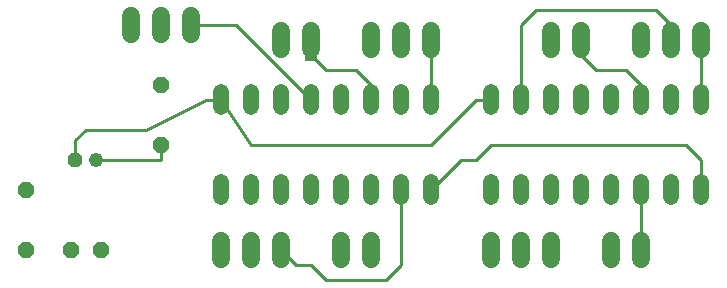
<source format=gbl>
G75*
G70*
%OFA0B0*%
%FSLAX24Y24*%
%IPPOS*%
%LPD*%
%AMOC8*
5,1,8,0,0,1.08239X$1,22.5*
%
%ADD10C,0.0520*%
%ADD11C,0.0600*%
%ADD12OC8,0.0520*%
%ADD13OC8,0.0480*%
%ADD14C,0.0480*%
%ADD15C,0.0100*%
%ADD16R,0.0396X0.0396*%
D10*
X007815Y003343D02*
X007815Y003863D01*
X008815Y003863D02*
X008815Y003343D01*
X009815Y003343D02*
X009815Y003863D01*
X010815Y003863D02*
X010815Y003343D01*
X011815Y003343D02*
X011815Y003863D01*
X012815Y003863D02*
X012815Y003343D01*
X013815Y003343D02*
X013815Y003863D01*
X014815Y003863D02*
X014815Y003343D01*
X016815Y003343D02*
X016815Y003863D01*
X017815Y003863D02*
X017815Y003343D01*
X018815Y003343D02*
X018815Y003863D01*
X019815Y003863D02*
X019815Y003343D01*
X020815Y003343D02*
X020815Y003863D01*
X021815Y003863D02*
X021815Y003343D01*
X022815Y003343D02*
X022815Y003863D01*
X023815Y003863D02*
X023815Y003343D01*
X023815Y006343D02*
X023815Y006863D01*
X022815Y006863D02*
X022815Y006343D01*
X021815Y006343D02*
X021815Y006863D01*
X020815Y006863D02*
X020815Y006343D01*
X019815Y006343D02*
X019815Y006863D01*
X018815Y006863D02*
X018815Y006343D01*
X017815Y006343D02*
X017815Y006863D01*
X016815Y006863D02*
X016815Y006343D01*
X014815Y006343D02*
X014815Y006863D01*
X013815Y006863D02*
X013815Y006343D01*
X012815Y006343D02*
X012815Y006863D01*
X011815Y006863D02*
X011815Y006343D01*
X010815Y006343D02*
X010815Y006863D01*
X009815Y006863D02*
X009815Y006343D01*
X008815Y006343D02*
X008815Y006863D01*
X007815Y006863D02*
X007815Y006343D01*
D11*
X009815Y008303D02*
X009815Y008903D01*
X010815Y008903D02*
X010815Y008303D01*
X012815Y008303D02*
X012815Y008903D01*
X013815Y008903D02*
X013815Y008303D01*
X014815Y008303D02*
X014815Y008903D01*
X018815Y008903D02*
X018815Y008303D01*
X019815Y008303D02*
X019815Y008903D01*
X021815Y008903D02*
X021815Y008303D01*
X022815Y008303D02*
X022815Y008903D01*
X023815Y008903D02*
X023815Y008303D01*
X021815Y001903D02*
X021815Y001303D01*
X020815Y001303D02*
X020815Y001903D01*
X018815Y001903D02*
X018815Y001303D01*
X017815Y001303D02*
X017815Y001903D01*
X016815Y001903D02*
X016815Y001303D01*
X012815Y001303D02*
X012815Y001903D01*
X011815Y001903D02*
X011815Y001303D01*
X009815Y001303D02*
X009815Y001903D01*
X008815Y001903D02*
X008815Y001303D01*
X007815Y001303D02*
X007815Y001903D01*
X006815Y008803D02*
X006815Y009403D01*
X005815Y009403D02*
X005815Y008803D01*
X004815Y008803D02*
X004815Y009403D01*
D12*
X001315Y001603D03*
X002815Y001603D03*
X003815Y001603D03*
X001315Y003603D03*
X005815Y005103D03*
X005815Y007103D03*
D13*
X002965Y004603D03*
D14*
X003665Y004603D03*
D15*
X005815Y004603D01*
X005815Y005103D01*
X005315Y005603D02*
X007315Y006603D01*
X007815Y006603D01*
X008815Y005103D01*
X014815Y005103D01*
X016315Y006603D01*
X016815Y006603D01*
X017815Y006603D02*
X017815Y009103D01*
X018315Y009603D01*
X022315Y009603D01*
X022815Y009103D01*
X022815Y008603D01*
X023815Y008603D02*
X023815Y006603D01*
X021815Y006603D02*
X021815Y007103D01*
X021315Y007603D01*
X020315Y007603D01*
X019815Y008103D01*
X019815Y008603D01*
X014815Y008603D02*
X014815Y006603D01*
X012815Y006603D02*
X012815Y007103D01*
X012315Y007603D01*
X011315Y007603D01*
X010815Y008103D01*
X010815Y008603D01*
X010815Y006603D02*
X008315Y009103D01*
X006815Y009103D01*
X005315Y005603D02*
X003315Y005603D01*
X002965Y005253D01*
X002965Y004603D01*
X009815Y001603D02*
X010315Y001103D01*
X010815Y001103D01*
X011315Y000603D01*
X013315Y000603D01*
X013815Y001103D01*
X013815Y003603D01*
X014815Y003603D02*
X015815Y004603D01*
X016315Y004603D01*
X016815Y005103D01*
X023315Y005103D01*
X023815Y004603D01*
X023815Y003603D01*
X021815Y003603D02*
X021815Y001603D01*
D16*
X010815Y008103D03*
M02*

</source>
